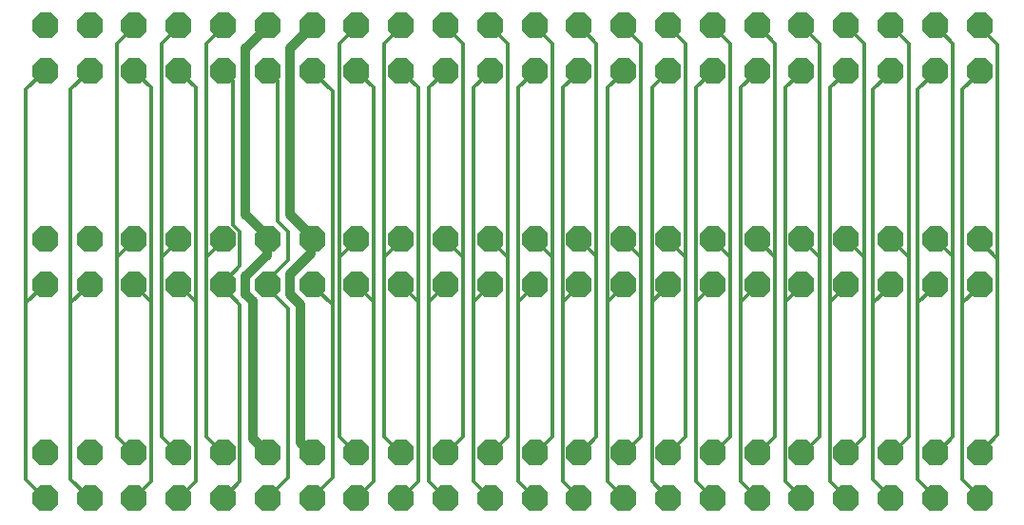
<source format=gtl>
G04 EAGLE Gerber RS-274X export*
G75*
%MOMM*%
%FSLAX34Y34*%
%LPD*%
%INTop Copper*%
%IPPOS*%
%AMOC8*
5,1,8,0,0,1.08239X$1,22.5*%
G01*
%ADD10P,2.474344X8X202.500000*%
%ADD11P,2.474344X8X22.500000*%
%ADD12C,0.304800*%
%ADD13C,0.812800*%


D10*
X568960Y261620D03*
X568960Y220980D03*
X608584Y261620D03*
X648208Y261620D03*
X687832Y261620D03*
X727456Y261620D03*
X767080Y261620D03*
X806704Y261620D03*
X846328Y261620D03*
X885952Y261620D03*
X925576Y261620D03*
X965200Y261620D03*
X608584Y220980D03*
X648208Y220980D03*
X687832Y220980D03*
X727456Y220980D03*
X767080Y220980D03*
X806704Y220980D03*
X846328Y220980D03*
X885952Y220980D03*
X925576Y220980D03*
X965200Y220980D03*
D11*
X529336Y220980D03*
X529336Y261620D03*
X489712Y220980D03*
X450088Y220980D03*
X410464Y220980D03*
X370840Y220980D03*
X331216Y220980D03*
X291592Y220980D03*
X251968Y220980D03*
X212344Y220980D03*
X172720Y220980D03*
X133096Y220980D03*
X489712Y261620D03*
X450088Y261620D03*
X410464Y261620D03*
X370840Y261620D03*
X331216Y261620D03*
X291592Y261620D03*
X251968Y261620D03*
X212344Y261620D03*
X172720Y261620D03*
X133096Y261620D03*
D10*
X568960Y71120D03*
X568960Y30480D03*
X608584Y71120D03*
X648208Y71120D03*
X687832Y71120D03*
X727456Y71120D03*
X767080Y71120D03*
X806704Y71120D03*
X846328Y71120D03*
X885952Y71120D03*
X925576Y71120D03*
X965200Y71120D03*
X608584Y30480D03*
X648208Y30480D03*
X687832Y30480D03*
X727456Y30480D03*
X767080Y30480D03*
X806704Y30480D03*
X846328Y30480D03*
X885952Y30480D03*
X925576Y30480D03*
X965200Y30480D03*
D11*
X529336Y30480D03*
X529336Y71120D03*
X489712Y30480D03*
X450088Y30480D03*
X410464Y30480D03*
X370840Y30480D03*
X331216Y30480D03*
X291592Y30480D03*
X251968Y30480D03*
X212344Y30480D03*
X172720Y30480D03*
X133096Y30480D03*
X489712Y71120D03*
X450088Y71120D03*
X410464Y71120D03*
X370840Y71120D03*
X331216Y71120D03*
X291592Y71120D03*
X251968Y71120D03*
X212344Y71120D03*
X172720Y71120D03*
X133096Y71120D03*
D10*
X568960Y452120D03*
X568960Y411480D03*
X608584Y452120D03*
X648208Y452120D03*
X687832Y452120D03*
X727456Y452120D03*
X767080Y452120D03*
X806704Y452120D03*
X846328Y452120D03*
X885952Y452120D03*
X925576Y452120D03*
X965200Y452120D03*
X608584Y411480D03*
X648208Y411480D03*
X687832Y411480D03*
X727456Y411480D03*
X767080Y411480D03*
X806704Y411480D03*
X846328Y411480D03*
X885952Y411480D03*
X925576Y411480D03*
X965200Y411480D03*
D11*
X529336Y411480D03*
X529336Y452120D03*
X489712Y411480D03*
X450088Y411480D03*
X410464Y411480D03*
X370840Y411480D03*
X331216Y411480D03*
X291592Y411480D03*
X251968Y411480D03*
X212344Y411480D03*
X172720Y411480D03*
X133096Y411480D03*
X489712Y452120D03*
X450088Y452120D03*
X410464Y452120D03*
X370840Y452120D03*
X331216Y452120D03*
X291592Y452120D03*
X251968Y452120D03*
X212344Y452120D03*
X172720Y452120D03*
X133096Y452120D03*
D12*
X909638Y47625D02*
X925513Y31750D01*
X909638Y47625D02*
X909638Y204788D01*
X910431Y205581D02*
X925513Y220663D01*
X910431Y205581D02*
X909638Y204788D01*
X925513Y31750D02*
X925576Y30480D01*
X925513Y220663D02*
X925576Y220980D01*
X909638Y395288D02*
X925513Y411163D01*
X909638Y395288D02*
X909638Y206375D01*
X925513Y411163D02*
X925576Y411480D01*
X909638Y206375D02*
X910431Y205581D01*
X869950Y47625D02*
X885825Y31750D01*
X869950Y47625D02*
X869950Y204788D01*
X870744Y205581D02*
X885825Y220663D01*
X870744Y205581D02*
X869950Y204788D01*
X885825Y31750D02*
X885952Y30480D01*
X885825Y220663D02*
X885952Y220980D01*
X869950Y395288D02*
X885825Y411163D01*
X869950Y395288D02*
X869950Y206375D01*
X885825Y411163D02*
X885952Y411480D01*
X869950Y206375D02*
X870744Y205581D01*
X831850Y46038D02*
X846138Y31750D01*
X831850Y46038D02*
X831850Y206375D01*
X832644Y207169D02*
X846138Y220663D01*
X832644Y207169D02*
X831850Y206375D01*
X846138Y31750D02*
X846328Y30480D01*
X846138Y220663D02*
X846328Y220980D01*
X831850Y396875D02*
X846138Y411163D01*
X831850Y396875D02*
X831850Y207963D01*
X846138Y411163D02*
X846328Y411480D01*
X831850Y207963D02*
X832644Y207169D01*
X647700Y31750D02*
X633413Y46038D01*
X633413Y206375D01*
X634206Y207169D02*
X647700Y220663D01*
X634206Y207169D02*
X633413Y206375D01*
X647700Y31750D02*
X648208Y30480D01*
X647700Y220663D02*
X648208Y220980D01*
X633413Y396875D02*
X647700Y411163D01*
X633413Y396875D02*
X633413Y207963D01*
X647700Y411163D02*
X648208Y411480D01*
X633413Y207963D02*
X634206Y207169D01*
X593725Y46038D02*
X608013Y31750D01*
X593725Y46038D02*
X593725Y206375D01*
X594519Y207169D02*
X608013Y220663D01*
X594519Y207169D02*
X593725Y206375D01*
X608013Y31750D02*
X608584Y30480D01*
X608013Y220663D02*
X608584Y220980D01*
X593725Y396875D02*
X608013Y411163D01*
X593725Y396875D02*
X593725Y207963D01*
X608013Y411163D02*
X608584Y411480D01*
X593725Y207963D02*
X594519Y207169D01*
X554038Y46038D02*
X568325Y31750D01*
X554038Y46038D02*
X554038Y206375D01*
X554831Y207169D02*
X568325Y220663D01*
X554831Y207169D02*
X554038Y206375D01*
X568325Y31750D02*
X568960Y30480D01*
X568325Y220663D02*
X568960Y220980D01*
X554038Y396875D02*
X568325Y411163D01*
X554038Y396875D02*
X554038Y207963D01*
X568325Y411163D02*
X568960Y411480D01*
X554038Y207963D02*
X554831Y207169D01*
X514350Y46038D02*
X528638Y31750D01*
X514350Y46038D02*
X514350Y206375D01*
X515144Y207169D02*
X528638Y220663D01*
X515144Y207169D02*
X514350Y206375D01*
X528638Y31750D02*
X529336Y30480D01*
X528638Y220663D02*
X529336Y220980D01*
X514350Y396875D02*
X528638Y411163D01*
X514350Y396875D02*
X514350Y207963D01*
X528638Y411163D02*
X529336Y411480D01*
X514350Y207963D02*
X515144Y207169D01*
X474663Y46038D02*
X488950Y31750D01*
X474663Y46038D02*
X474663Y206375D01*
X475456Y207169D02*
X488950Y220663D01*
X475456Y207169D02*
X474663Y206375D01*
X488950Y31750D02*
X489712Y30480D01*
X488950Y220663D02*
X489712Y220980D01*
X474663Y396875D02*
X488950Y411163D01*
X474663Y396875D02*
X474663Y207963D01*
X488950Y411163D02*
X489712Y411480D01*
X474663Y207963D02*
X475456Y207169D01*
X465138Y46038D02*
X450850Y31750D01*
X465138Y46038D02*
X465138Y206375D01*
X464344Y207169D02*
X450850Y220663D01*
X464344Y207169D02*
X465138Y206375D01*
X450850Y31750D02*
X450088Y30480D01*
X450850Y220663D02*
X450088Y220980D01*
X465138Y396875D02*
X450850Y411163D01*
X465138Y396875D02*
X465138Y207963D01*
X450850Y411163D02*
X450088Y411480D01*
X465138Y207963D02*
X464344Y207169D01*
X949325Y47625D02*
X965200Y31750D01*
X949325Y47625D02*
X949325Y204788D01*
X950119Y205581D02*
X965200Y220663D01*
X950119Y205581D02*
X949325Y204788D01*
X965200Y31750D02*
X965200Y30480D01*
X965200Y220663D02*
X965200Y220980D01*
X949325Y395288D02*
X965200Y411163D01*
X949325Y395288D02*
X949325Y206375D01*
X965200Y411163D02*
X965200Y411480D01*
X949325Y206375D02*
X950119Y205581D01*
X792163Y46038D02*
X806450Y31750D01*
X792163Y46038D02*
X792163Y206375D01*
X792956Y207169D02*
X806450Y220663D01*
X792956Y207169D02*
X792163Y206375D01*
X806450Y31750D02*
X806704Y30480D01*
X806450Y220663D02*
X806704Y220980D01*
X792163Y396875D02*
X806450Y411163D01*
X792163Y396875D02*
X792163Y207963D01*
X806450Y411163D02*
X806704Y411480D01*
X792163Y207963D02*
X792956Y207169D01*
X752475Y46038D02*
X766763Y31750D01*
X752475Y46038D02*
X752475Y206375D01*
X753269Y207169D02*
X767080Y220980D01*
X753269Y207169D02*
X752475Y206375D01*
X766763Y31750D02*
X767080Y30480D01*
X752475Y396875D02*
X767080Y411480D01*
X752475Y396875D02*
X752475Y207963D01*
X753269Y207169D01*
X712788Y46038D02*
X727075Y31750D01*
X712788Y46038D02*
X712788Y206375D01*
X713581Y207169D02*
X727075Y220663D01*
X713581Y207169D02*
X712788Y206375D01*
X727075Y31750D02*
X727456Y30480D01*
X727075Y220663D02*
X727456Y220980D01*
X712788Y396875D02*
X727075Y411163D01*
X712788Y396875D02*
X712788Y207963D01*
X727075Y411163D02*
X727456Y411480D01*
X712788Y207963D02*
X713581Y207169D01*
X673100Y46038D02*
X687388Y31750D01*
X673100Y46038D02*
X673100Y206375D01*
X673894Y207169D02*
X687388Y220663D01*
X673894Y207169D02*
X673100Y206375D01*
X687388Y31750D02*
X687832Y30480D01*
X687388Y220663D02*
X687832Y220980D01*
X673100Y396875D02*
X687388Y411163D01*
X673100Y396875D02*
X673100Y207963D01*
X687388Y411163D02*
X687832Y411480D01*
X673100Y207963D02*
X673894Y207169D01*
X425450Y46038D02*
X411163Y31750D01*
X425450Y46038D02*
X425450Y206375D01*
X424656Y207169D02*
X411163Y220663D01*
X424656Y207169D02*
X425450Y206375D01*
X411163Y31750D02*
X410464Y30480D01*
X411163Y220663D02*
X410464Y220980D01*
X425450Y396875D02*
X411163Y411163D01*
X425450Y396875D02*
X425450Y207963D01*
X411163Y411163D02*
X410464Y411480D01*
X425450Y207963D02*
X424656Y207169D01*
X388938Y49213D02*
X371475Y31750D01*
X388938Y49213D02*
X388938Y203200D01*
X388144Y203994D02*
X371475Y220663D01*
X388144Y203994D02*
X388938Y203200D01*
X371475Y31750D02*
X370840Y30480D01*
X371475Y220663D02*
X370840Y220980D01*
X388938Y393700D02*
X371475Y411163D01*
X388938Y393700D02*
X388938Y204788D01*
X371475Y411163D02*
X370840Y411480D01*
X388938Y204788D02*
X388144Y203994D01*
X728663Y71438D02*
X742950Y85725D01*
X742950Y246063D01*
X742156Y246856D02*
X728663Y260350D01*
X742156Y246856D02*
X742950Y246063D01*
X728663Y71438D02*
X727456Y71120D01*
X728663Y260350D02*
X727456Y261620D01*
X742950Y436563D02*
X728663Y450850D01*
X742950Y436563D02*
X742950Y247650D01*
X728663Y450850D02*
X727456Y452120D01*
X742950Y247650D02*
X742156Y246856D01*
X449263Y71438D02*
X434975Y85725D01*
X434975Y246063D01*
X435769Y246856D02*
X449263Y260350D01*
X435769Y246856D02*
X434975Y246063D01*
X449263Y71438D02*
X450088Y71120D01*
X449263Y260350D02*
X450088Y261620D01*
X434975Y436563D02*
X449263Y450850D01*
X434975Y436563D02*
X434975Y247650D01*
X449263Y450850D02*
X450088Y452120D01*
X434975Y247650D02*
X435769Y246856D01*
X504825Y85725D02*
X490538Y71438D01*
X504825Y85725D02*
X504825Y246063D01*
X504031Y246856D02*
X490538Y260350D01*
X504031Y246856D02*
X504825Y246063D01*
X490538Y71438D02*
X489712Y71120D01*
X490538Y260350D02*
X489712Y261620D01*
X504825Y436563D02*
X490538Y450850D01*
X504825Y436563D02*
X504825Y247650D01*
X490538Y450850D02*
X489712Y452120D01*
X504825Y247650D02*
X504031Y246856D01*
X544513Y85725D02*
X530225Y71438D01*
X544513Y85725D02*
X544513Y246063D01*
X543719Y246856D02*
X530225Y260350D01*
X543719Y246856D02*
X544513Y246063D01*
X530225Y71438D02*
X529336Y71120D01*
X530225Y260350D02*
X529336Y261620D01*
X544513Y436563D02*
X530225Y450850D01*
X544513Y436563D02*
X544513Y247650D01*
X530225Y450850D02*
X529336Y452120D01*
X544513Y247650D02*
X543719Y246856D01*
X584200Y85725D02*
X569913Y71438D01*
X584200Y85725D02*
X584200Y246063D01*
X583406Y246856D02*
X569913Y260350D01*
X583406Y246856D02*
X584200Y246063D01*
X569913Y71438D02*
X568960Y71120D01*
X569913Y260350D02*
X568960Y261620D01*
X584200Y436563D02*
X569913Y450850D01*
X584200Y436563D02*
X584200Y247650D01*
X569913Y450850D02*
X568960Y452120D01*
X584200Y247650D02*
X583406Y246856D01*
X623888Y85725D02*
X609600Y71438D01*
X623888Y85725D02*
X623888Y246063D01*
X623094Y246856D02*
X609600Y260350D01*
X623094Y246856D02*
X623888Y246063D01*
X609600Y71438D02*
X608584Y71120D01*
X609600Y260350D02*
X608584Y261620D01*
X623888Y436563D02*
X609600Y450850D01*
X623888Y436563D02*
X623888Y247650D01*
X609600Y450850D02*
X608584Y452120D01*
X623888Y247650D02*
X623094Y246856D01*
X663575Y85725D02*
X649288Y71438D01*
X663575Y85725D02*
X663575Y246063D01*
X662781Y246856D02*
X649288Y260350D01*
X662781Y246856D02*
X663575Y246063D01*
X649288Y71438D02*
X648208Y71120D01*
X649288Y260350D02*
X648208Y261620D01*
X663575Y436563D02*
X649288Y450850D01*
X663575Y436563D02*
X663575Y247650D01*
X649288Y450850D02*
X648208Y452120D01*
X663575Y247650D02*
X662781Y246856D01*
X703263Y85725D02*
X688975Y71438D01*
X703263Y85725D02*
X703263Y246063D01*
X702469Y246856D02*
X688975Y260350D01*
X702469Y246856D02*
X703263Y246063D01*
X688975Y71438D02*
X687832Y71120D01*
X688975Y260350D02*
X687832Y261620D01*
X703263Y436563D02*
X688975Y450850D01*
X703263Y436563D02*
X703263Y247650D01*
X688975Y450850D02*
X687832Y452120D01*
X703263Y247650D02*
X702469Y246856D01*
X349250Y49213D02*
X331788Y31750D01*
X349250Y49213D02*
X349250Y200025D01*
X331788Y217488D01*
X331788Y220663D01*
X331788Y31750D02*
X331216Y30480D01*
X331788Y220663D02*
X331216Y220980D01*
X339725Y403225D02*
X331788Y411163D01*
X339725Y403225D02*
X339725Y277813D01*
X349250Y268288D01*
X349250Y242888D01*
X331788Y225425D01*
X331788Y222250D01*
X331788Y411163D02*
X331216Y411480D01*
X331788Y222250D02*
X331216Y220980D01*
X395288Y85725D02*
X409575Y71438D01*
X395288Y85725D02*
X395288Y246063D01*
X396081Y246856D02*
X409575Y260350D01*
X396081Y246856D02*
X395288Y246063D01*
X409575Y71438D02*
X410464Y71120D01*
X409575Y260350D02*
X410464Y261620D01*
X395288Y436563D02*
X409575Y450850D01*
X395288Y436563D02*
X395288Y247650D01*
X409575Y450850D02*
X410464Y452120D01*
X395288Y247650D02*
X396081Y246856D01*
X768350Y71438D02*
X782638Y85725D01*
X782638Y246063D01*
X781844Y246856D02*
X767080Y261620D01*
X781844Y246856D02*
X782638Y246063D01*
X768350Y71438D02*
X767080Y71120D01*
X782638Y436563D02*
X767080Y452120D01*
X782638Y436563D02*
X782638Y247650D01*
X781844Y246856D01*
X862013Y85725D02*
X847725Y71438D01*
X862013Y85725D02*
X862013Y246063D01*
X861219Y246856D02*
X847725Y260350D01*
X861219Y246856D02*
X862013Y246063D01*
X847725Y71438D02*
X846328Y71120D01*
X847725Y260350D02*
X846328Y261620D01*
X862013Y436563D02*
X847725Y450850D01*
X862013Y436563D02*
X862013Y247650D01*
X847725Y450850D02*
X846328Y452120D01*
X862013Y247650D02*
X861219Y246856D01*
X901700Y85725D02*
X887413Y71438D01*
X901700Y85725D02*
X901700Y246063D01*
X900906Y246856D02*
X887413Y260350D01*
X900906Y246856D02*
X901700Y246063D01*
X887413Y71438D02*
X885952Y71120D01*
X887413Y260350D02*
X885952Y261620D01*
X901700Y436563D02*
X887413Y450850D01*
X901700Y436563D02*
X901700Y247650D01*
X887413Y450850D02*
X885952Y452120D01*
X901700Y247650D02*
X900906Y246856D01*
X172720Y30480D02*
X155575Y47625D01*
X155575Y204788D01*
X156369Y205581D02*
X171450Y220663D01*
X156369Y205581D02*
X155575Y204788D01*
X171450Y220663D02*
X172720Y220980D01*
X155575Y395288D02*
X171450Y411163D01*
X155575Y395288D02*
X155575Y206375D01*
X171450Y411163D02*
X172720Y411480D01*
X155575Y206375D02*
X156369Y205581D01*
X927100Y71438D02*
X941388Y85725D01*
X941388Y246063D01*
X940594Y246856D02*
X927100Y260350D01*
X940594Y246856D02*
X941388Y246063D01*
X927100Y71438D02*
X925576Y71120D01*
X927100Y260350D02*
X925576Y261620D01*
X941388Y436563D02*
X927100Y450850D01*
X941388Y436563D02*
X941388Y247650D01*
X927100Y450850D02*
X925576Y452120D01*
X941388Y247650D02*
X940594Y246856D01*
X981075Y87313D02*
X965200Y71438D01*
X981075Y87313D02*
X981075Y244475D01*
X980281Y245269D02*
X965200Y260350D01*
X980281Y245269D02*
X981075Y244475D01*
X965200Y71438D02*
X965200Y71120D01*
X965200Y260350D02*
X965200Y261620D01*
X981075Y434975D02*
X965200Y450850D01*
X981075Y434975D02*
X981075Y246063D01*
X965200Y450850D02*
X965200Y452120D01*
X981075Y246063D02*
X980281Y245269D01*
X227013Y46038D02*
X212725Y31750D01*
X227013Y46038D02*
X227013Y206375D01*
X226219Y207169D02*
X212725Y220663D01*
X226219Y207169D02*
X227013Y206375D01*
X212725Y31750D02*
X212344Y30480D01*
X212725Y220663D02*
X212344Y220980D01*
X227013Y396875D02*
X212725Y411163D01*
X227013Y396875D02*
X227013Y207963D01*
X212725Y411163D02*
X212344Y411480D01*
X227013Y207963D02*
X226219Y207169D01*
X808038Y71438D02*
X822325Y85725D01*
X822325Y246063D01*
X821531Y246856D02*
X808038Y260350D01*
X821531Y246856D02*
X822325Y246063D01*
X808038Y71438D02*
X806704Y71120D01*
X808038Y260350D02*
X806704Y261620D01*
X822325Y436563D02*
X808038Y450850D01*
X822325Y436563D02*
X822325Y247650D01*
X808038Y450850D02*
X806704Y452120D01*
X822325Y247650D02*
X821531Y246856D01*
D13*
X369888Y71438D02*
X360363Y80963D01*
X360363Y203200D01*
X350838Y212725D01*
X350838Y230188D01*
X369888Y249238D01*
X369888Y260350D01*
X369888Y71438D02*
X370840Y71120D01*
X369888Y260350D02*
X370840Y261620D01*
X350838Y431800D02*
X369888Y450850D01*
X350838Y431800D02*
X350838Y284163D01*
X369888Y265113D01*
X369888Y450850D02*
X370840Y452120D01*
X369888Y265113D02*
X370840Y261620D01*
D12*
X276225Y85725D02*
X290513Y71438D01*
X276225Y85725D02*
X276225Y246063D01*
X277019Y246856D02*
X290513Y260350D01*
X277019Y246856D02*
X276225Y246063D01*
X290513Y71438D02*
X291592Y71120D01*
X290513Y260350D02*
X291592Y261620D01*
X276225Y436563D02*
X290513Y450850D01*
X276225Y436563D02*
X276225Y247650D01*
X290513Y450850D02*
X291592Y452120D01*
X276225Y247650D02*
X277019Y246856D01*
X236538Y85725D02*
X250825Y71438D01*
X236538Y85725D02*
X236538Y246063D01*
X237331Y246856D02*
X250825Y260350D01*
X237331Y246856D02*
X236538Y246063D01*
X250825Y71438D02*
X251968Y71120D01*
X250825Y260350D02*
X251968Y261620D01*
X236538Y436563D02*
X250825Y450850D01*
X236538Y436563D02*
X236538Y247650D01*
X250825Y450850D02*
X251968Y452120D01*
X236538Y247650D02*
X237331Y246856D01*
X196850Y85725D02*
X211138Y71438D01*
X196850Y85725D02*
X196850Y246063D01*
X197644Y246856D02*
X211138Y260350D01*
X197644Y246856D02*
X196850Y246063D01*
X211138Y71438D02*
X212344Y71120D01*
X211138Y260350D02*
X212344Y261620D01*
X196850Y436563D02*
X211138Y450850D01*
X196850Y436563D02*
X196850Y247650D01*
X211138Y450850D02*
X212344Y452120D01*
X196850Y247650D02*
X197644Y246856D01*
X266700Y46038D02*
X252413Y31750D01*
X266700Y46038D02*
X266700Y206375D01*
X265906Y207169D02*
X252413Y220663D01*
X265906Y207169D02*
X266700Y206375D01*
X252413Y31750D02*
X251968Y30480D01*
X252413Y220663D02*
X251968Y220980D01*
X266700Y396875D02*
X252413Y411163D01*
X266700Y396875D02*
X266700Y207963D01*
X252413Y411163D02*
X251968Y411480D01*
X266700Y207963D02*
X265906Y207169D01*
X306388Y46038D02*
X292100Y31750D01*
X306388Y46038D02*
X306388Y203200D01*
X292100Y217488D01*
X292100Y220663D01*
X292100Y31750D02*
X291592Y30480D01*
X292100Y220663D02*
X291592Y220980D01*
X300038Y403225D02*
X292100Y411163D01*
X300038Y403225D02*
X300038Y274638D01*
X306388Y268288D01*
X306388Y238125D01*
X292100Y223838D01*
X292100Y222250D01*
X292100Y411163D02*
X291592Y411480D01*
X292100Y222250D02*
X291592Y220980D01*
X115888Y47625D02*
X131763Y31750D01*
X115888Y47625D02*
X115888Y204788D01*
X116681Y205581D02*
X131763Y220663D01*
X116681Y205581D02*
X115888Y204788D01*
X131763Y31750D02*
X133096Y30480D01*
X131763Y220663D02*
X133096Y220980D01*
X115888Y395288D02*
X131763Y411163D01*
X115888Y395288D02*
X115888Y206375D01*
X131763Y411163D02*
X133096Y411480D01*
X115888Y206375D02*
X116681Y205581D01*
D13*
X317500Y84138D02*
X330200Y71438D01*
X317500Y84138D02*
X317500Y206375D01*
X311150Y212725D01*
X311150Y228600D01*
X330200Y247650D01*
X330200Y260350D01*
X330200Y71438D02*
X331216Y71120D01*
X330200Y260350D02*
X331216Y261620D01*
X311150Y431800D02*
X330200Y450850D01*
X311150Y431800D02*
X311150Y284163D01*
X330200Y265113D01*
X330200Y450850D02*
X331216Y452120D01*
X330200Y265113D02*
X331216Y261620D01*
M02*

</source>
